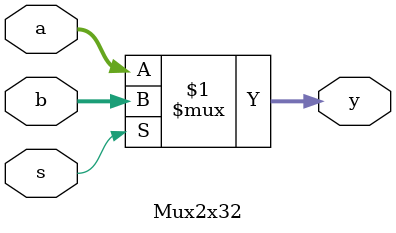
<source format=v>
`timescale 1ns / 1ps

module Mux2x32 (a, b, s, y);
	input [31:0] a, b;
	input s;
	output [31:0] y;
	assign y = s ? b : a;
endmodule

</source>
